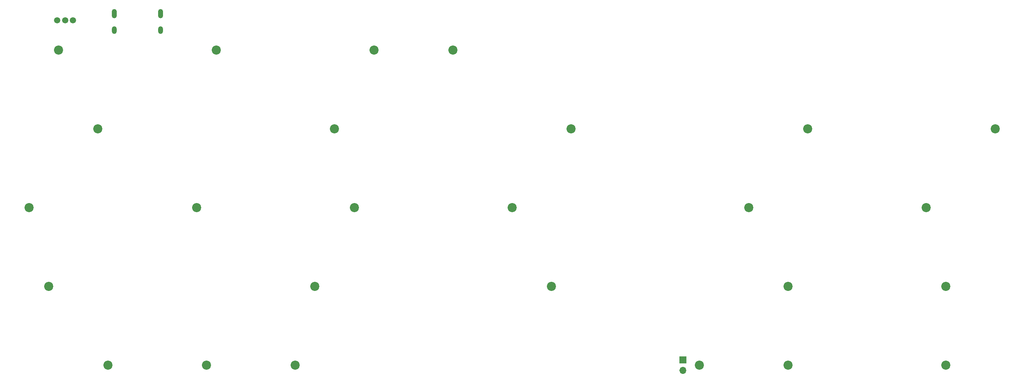
<source format=gbr>
%TF.GenerationSoftware,KiCad,Pcbnew,8.0.8*%
%TF.CreationDate,2025-03-01T16:27:25+01:00*%
%TF.ProjectId,the-nicholas-van revision,7468652d-6e69-4636-986f-6c61732d7661,rev?*%
%TF.SameCoordinates,Original*%
%TF.FileFunction,Soldermask,Top*%
%TF.FilePolarity,Negative*%
%FSLAX46Y46*%
G04 Gerber Fmt 4.6, Leading zero omitted, Abs format (unit mm)*
G04 Created by KiCad (PCBNEW 8.0.8) date 2025-03-01 16:27:25*
%MOMM*%
%LPD*%
G01*
G04 APERTURE LIST*
%ADD10C,2.200000*%
%ADD11R,1.700000X1.700000*%
%ADD12O,1.700000X1.700000*%
%ADD13C,1.500000*%
%ADD14O,1.200000X2.250000*%
%ADD15O,1.200000X1.850000*%
G04 APERTURE END LIST*
D10*
%TO.C,H7*%
X161925000Y-77787500D03*
%TD*%
%TO.C,H22*%
X73818750Y-134937500D03*
%TD*%
%TO.C,H26*%
X252412500Y-134937500D03*
%TD*%
%TO.C,H13*%
X147637500Y-96837500D03*
%TD*%
%TO.C,H8*%
X219075000Y-77787500D03*
%TD*%
%TO.C,H19*%
X214312500Y-115887500D03*
%TD*%
%TO.C,H3*%
X114300000Y-58737500D03*
%TD*%
%TO.C,H18*%
X157162500Y-115887500D03*
%TD*%
%TO.C,H16*%
X35718750Y-115887500D03*
%TD*%
%TO.C,H25*%
X214312500Y-134937500D03*
%TD*%
%TO.C,H24*%
X192881250Y-134937500D03*
%TD*%
%TO.C,H1*%
X38100000Y-58737500D03*
%TD*%
%TO.C,H20*%
X252412500Y-115887500D03*
%TD*%
%TO.C,H17*%
X100012500Y-115887500D03*
%TD*%
%TO.C,H9*%
X264318750Y-77787500D03*
%TD*%
%TO.C,H11*%
X71437500Y-96837500D03*
%TD*%
%TO.C,H2*%
X76200000Y-58737500D03*
%TD*%
%TO.C,H10*%
X30956250Y-96837500D03*
%TD*%
%TO.C,H14*%
X204787500Y-96837500D03*
%TD*%
%TO.C,H21*%
X50006250Y-134937500D03*
%TD*%
%TO.C,H5*%
X47625000Y-77787500D03*
%TD*%
%TO.C,H23*%
X95250000Y-134937500D03*
%TD*%
%TO.C,H12*%
X109537500Y-96837500D03*
%TD*%
%TO.C,H15*%
X247650000Y-96837500D03*
%TD*%
%TO.C,H6*%
X104775000Y-77787500D03*
%TD*%
%TO.C,H4*%
X133350000Y-58737500D03*
%TD*%
D11*
%TO.C,SW1*%
X188887500Y-133687500D03*
D12*
X188887500Y-136227500D03*
%TD*%
D13*
%TO.C,J3*%
X37787500Y-51593750D03*
X39687500Y-51593750D03*
X41587500Y-51593750D03*
%TD*%
D14*
%TO.C,J4*%
X51530000Y-49950000D03*
D15*
X51530000Y-53950000D03*
D14*
X62770000Y-49950000D03*
D15*
X62770000Y-53950000D03*
%TD*%
M02*

</source>
